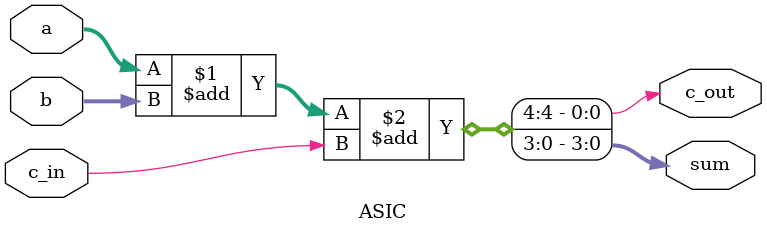
<source format=v>
module ASIC_with_TAP (sum, c_out, a, b, c_in, TDO, TDI, TMS, TCK);
  parameter			BSR_size = 14;
  parameter			IR_size = 3;
  parameter			size = 4;
  output		[size -1: 0] 	sum;		//  ASIC interface I/O
  output				c_out;
  input		[size -1: 0]	a, b;
  input				c_in;

  output				TDO; 		// TAP interface signals
  input				TDI, TMS, TCK;	

  wire		[BSR_size -1: 0] 	BSC_Interface;	// Declarations for boundary scan register I/O

  wire 				reset_bar,	// TAP controller outputs
selectIR, enableTDO,
shiftIR, clockIR, updateIR, 
shiftDR, clockDR, updateDR;

  wire				test_mode, select_BR;
  wire				TDR_out;		// Test data register serial datapath
  wire 		[IR_size -1: 0]	Dummy_data = 3'b001;	// Captured in S_Capture_IR
  wire 		[IR_size -1: 0]	instruction;
  wire				IR_scan_out;		// Instruction register
  wire				BSR_scan_out;		// Boundary scan register
  wire				BR_scan_out;		// Bypass register

  assign		TDO = enableTDO ? selectIR ? IR_scan_out : TDR_out : 1'bz;
  assign 	TDR_out = select_BR ? BR_scan_out : BSR_scan_out;

  ASIC M0 (
    .sum (BSC_Interface [13: 10]),
    .c_out (BSC_Interface [9]), 
    .a (BSC_Interface [8: 5]),
    .b (BSC_Interface [4: 1]),
    .c_in (BSC_Interface [0]));
 
  Bypass_Register M1(
    .scan_out (BR_scan_out), 
    .scan_in (TDI), 
    .shiftDR (shift_BR), 
    .clockDR (clock_BR));
   Boundary_Scan_Register M2(
    .data_out ({sum, c_out, BSC_Interface [8: 5], BSC_Interface [4: 1], BSC_Interface [0]}),
    .data_in ({BSC_Interface [13: 10], BSC_Interface [9], a, b, c_in}),
    .scan_out (BSR_scan_out), 
    .scan_in (TDI),
    .shiftDR (shiftDR), 
    .mode (test_mode),
    .clockDR (clock_BSC_Reg), 
    .updateDR (update_BSC_Reg));

  Instruction_Register M3 (
    .data_out (instruction), 
    .data_in (Dummy_data), 
    .scan_out (IR_scan_out), 
    .scan_in (TDI),  
    .shiftIR (shiftIR), 
    .clockIR (clockIR), 
    .updateIR (updateIR), 
    .reset_bar (reset_bar));

Instruction_Decoder M4 (
  .mode (test_mode),
  .select_BR (select_BR),
  .shift_BR (shift_BR),
  .clock_BR (clock_BR),
  .shift_BSC_Reg (shift_BSC_Reg),
  .clock_BSC_Reg (clock_BSC_Reg),
  .update_BSC_Reg (update_BSC_Reg),
  .instruction (instruction),
  .shiftDR (shiftDR),
  .clockDR (clockDR),
  .updateDR (updateDR));

TAP_Controller M5 (
  .reset_bar(reset_bar), 
  .selectIR (selectIR), 
  .shiftIR (shiftIR), 
  .clockIR (clockIR),  
  .updateIR (updateIR), 
  .shiftDR (shiftDR), 
  .clockDR (clockDR), 
  .updateDR (updateDR), 
  .enableTDO (enableTDO), 
  .TMS (TMS), 
  .TCK (TCK));

endmodule

module ASIC (sum, c_out, a, b, c_in);
  parameter		size = 4;
  output	[size -1: 0]	sum;
  output 			c_out;
  input	[size -1: 0]	a, b;
  input			c_in;
 
  assign {c_out, sum} = a + b + c_in;

endmodule


</source>
